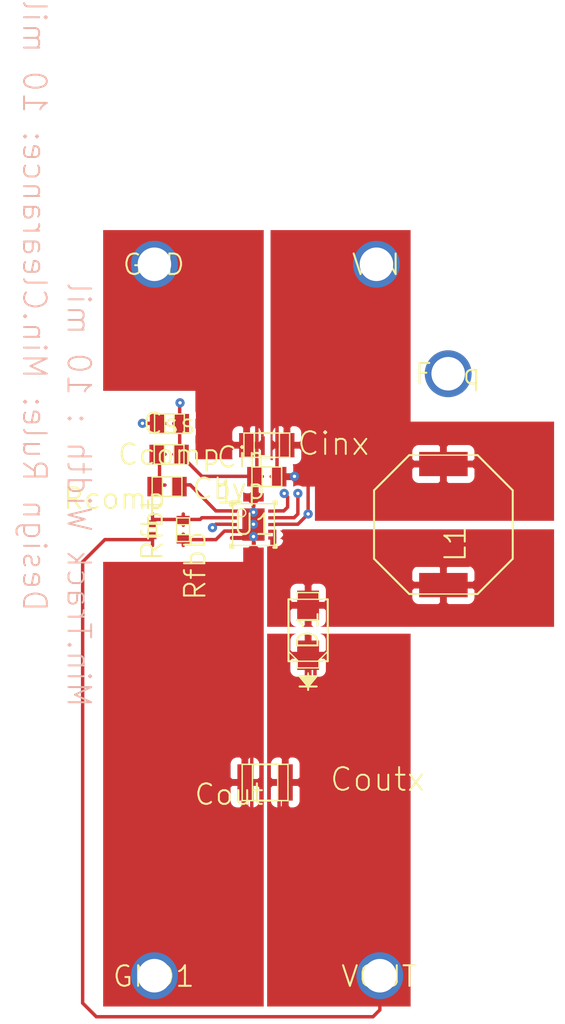
<source format=kicad_pcb>
(kicad_pcb (version 4) (host pcbnew 0.201509151501+6198~30~ubuntu14.04.1-product)

  (general
    (links 27)
    (no_connects 3)
    (area 173.850299 3.607651 215.861901 79.727402)
    (thickness 1.6)
    (drawings 13)
    (tracks 119)
    (zones 0)
    (modules 16)
    (nets 10)
  )

  (page A4)
  (layers
    (0 TOP signal)
    (1 BOTTOM signal)
    (2 INTERNAL1 signal hide)
    (3 INTERNAL2 signal hide)
    (4 INTERNAL3 signal hide)
    (5 INTERNAL4 signal hide)
    (6 INTERNAL5 signal hide)
    (7 INTERNAL6 signal hide)
    (8 INTERNAL7 signal hide)
    (31 INTERNAL8 signal hide)
    (32 B.Adhes user)
    (33 F.Adhes user)
    (34 B.Paste user)
    (35 F.Paste user)
    (36 B.SilkS user)
    (37 F.SilkS user)
    (38 B.Mask user)
    (39 F.Mask user)
    (40 Dwgs.User user)
    (41 Cmts.User user)
    (42 Eco1.User user)
    (43 Eco2.User user)
    (44 Edge.Cuts user)
    (45 Margin user)
    (46 B.CrtYd user)
    (47 F.CrtYd user)
    (48 B.Fab user)
    (49 F.Fab user)
  )

  (setup
    (last_trace_width 0.25)
    (trace_clearance 0.2)
    (zone_clearance 0.508)
    (zone_45_only no)
    (trace_min 0.2)
    (segment_width 0.2)
    (edge_width 0.15)
    (via_size 0.6)
    (via_drill 0.4)
    (via_min_size 0.4)
    (via_min_drill 0.254)
    (uvia_size 0.3)
    (uvia_drill 0.1)
    (uvias_allowed no)
    (uvia_min_size 0.2)
    (uvia_min_drill 0.1)
    (pcb_text_width 0.3)
    (pcb_text_size 1.5 1.5)
    (mod_edge_width 0.15)
    (mod_text_size 1 1)
    (mod_text_width 0.15)
    (pad_size 1.524 1.524)
    (pad_drill 0.762)
    (pad_to_mask_clearance 0.2)
    (aux_axis_origin 0 0)
    (visible_elements FFFFFF7F)
    (pcbplotparams
      (layerselection 0x00030_80000001)
      (usegerberextensions false)
      (excludeedgelayer true)
      (linewidth 0.100000)
      (plotframeref false)
      (viasonmask false)
      (mode 1)
      (useauxorigin false)
      (hpglpennumber 1)
      (hpglpenspeed 20)
      (hpglpendiameter 15)
      (hpglpenoverlay 2)
      (psnegative false)
      (psa4output false)
      (plotreference true)
      (plotvalue true)
      (plotinvisibletext false)
      (padsonsilk false)
      (subtractmaskfromsilk false)
      (outputformat 1)
      (mirror false)
      (drillshape 1)
      (scaleselection 1)
      (outputdirectory ""))
  )

  (net 0 "")
  (net 1 0)
  (net 2 2)
  (net 3 1)
  (net 4 14)
  (net 5 13)
  (net 6 5)
  (net 7 7)
  (net 8 4)
  (net 9 6)

  (net_class Default "This is the default net class."
    (clearance 0.2)
    (trace_width 0.25)
    (via_dia 0.6)
    (via_drill 0.4)
    (uvia_dia 0.3)
    (uvia_drill 0.1)
    (add_net 0)
    (add_net 1)
    (add_net 13)
    (add_net 14)
    (add_net 2)
    (add_net 4)
    (add_net 5)
    (add_net 6)
    (add_net 7)
  )

  (module TP-1502 (layer TOP) (tedit 0) (tstamp 56395F9B)
    (at 207.1497 31.369)
    (fp_text reference Freq (at 0 0) (layer F.SilkS)
      (effects (font (thickness 0.15)))
    )
    (fp_text value "" (at 0 0) (layer F.SilkS)
      (effects (font (thickness 0.15)))
    )
    (pad 1 thru_hole circle (at 0 0) (size 1.3208 1.3208) (drill 0.8128) (layers *.Cu *.Mask)
      (net 5 13))
  )

  (module 1206 (layer TOP) (tedit 0) (tstamp 56395F9F)
    (at 193.6877 36.6522 180)
    (fp_text reference Cin (at 0 0 180) (layer F.SilkS)
      (effects (font (thickness 0.15)) (justify right top))
    )
    (fp_text value "" (at 0 0 180) (layer F.SilkS)
      (effects (font (thickness 0.15)) (justify right top))
    )
    (fp_line (start -0.9398 0.9017) (end -0.9398 -0.9017) (layer F.SilkS) (width 0))
    (fp_line (start -0.9398 -0.9017) (end -1.7018 -0.9017) (layer F.SilkS) (width 0))
    (fp_line (start -1.7018 -0.9017) (end -1.7018 0.9017) (layer F.SilkS) (width 0))
    (fp_line (start -1.7018 0.9017) (end -0.9398 0.9017) (layer F.SilkS) (width 0))
    (fp_line (start 0.9398 -0.9017) (end 0.9398 0.9017) (layer F.SilkS) (width 0))
    (fp_line (start 0.9398 0.9017) (end 1.7018 0.9017) (layer F.SilkS) (width 0))
    (fp_line (start 1.7018 0.9017) (end 1.7018 -0.9017) (layer F.SilkS) (width 0))
    (fp_line (start 1.7018 -0.9017) (end 0.9398 -0.9017) (layer F.SilkS) (width 0))
    (fp_line (start -0.6071 0.9017) (end 0.6071 0.9017) (layer F.SilkS) (width 0.1524))
    (fp_line (start 0.6071 -0.9017) (end -0.6071 -0.9017) (layer F.SilkS) (width 0.1524))
    (fp_line (start -1.7018 0.9017) (end 1.7018 0.9017) (layer F.SilkS) (width 0))
    (fp_line (start 1.7018 0.9017) (end 1.7018 -0.9017) (layer F.SilkS) (width 0))
    (fp_line (start 1.7018 -0.9017) (end -1.7018 -0.9017) (layer F.SilkS) (width 0))
    (fp_line (start -1.7018 -0.9017) (end -1.7018 0.9017) (layer F.SilkS) (width 0))
    (pad 1 smd rect (at -1.4986 0 180) (size 1.1176 1.8034) (layers TOP F.Paste F.Mask)
      (net 3 1))
    (pad 2 smd rect (at 1.4986 0 180) (size 1.1176 1.8034) (layers TOP F.Paste F.Mask)
      (net 1 0))
  )

  (module TP-1502 (layer TOP) (tedit 0) (tstamp 56395FB2)
    (at 202.0443 76.0984)
    (fp_text reference VOUT (at 0 0) (layer F.SilkS)
      (effects (font (thickness 0.15)))
    )
    (fp_text value "" (at 0 0) (layer F.SilkS)
      (effects (font (thickness 0.15)))
    )
    (pad 1 thru_hole circle (at 0 0) (size 1.3208 1.3208) (drill 0.8128) (layers *.Cu *.Mask)
      (net 2 2))
  )

  (module TP-1502 (layer TOP) (tedit 0) (tstamp 56395FB6)
    (at 185.2803 76.0984)
    (fp_text reference GND1 (at 0 0) (layer F.SilkS)
      (effects (font (thickness 0.15)))
    )
    (fp_text value "" (at 0 0) (layer F.SilkS)
      (effects (font (thickness 0.15)))
    )
    (pad 1 thru_hole circle (at 0 0) (size 1.3208 1.3208) (drill 0.8128) (layers *.Cu *.Mask)
      (net 1 0))
  )

  (module TP-1502 (layer TOP) (tedit 0) (tstamp 56395FBA)
    (at 185.2803 23.241)
    (fp_text reference GND (at 0 0) (layer F.SilkS)
      (effects (font (thickness 0.15)))
    )
    (fp_text value "" (at 0 0) (layer F.SilkS)
      (effects (font (thickness 0.15)))
    )
    (pad 1 thru_hole circle (at 0 0) (size 1.3208 1.3208) (drill 0.8128) (layers *.Cu *.Mask)
      (net 1 0))
  )

  (module TP-1502 (layer TOP) (tedit 0) (tstamp 56395FBE)
    (at 201.8157 23.241)
    (fp_text reference VIN (at 0 0) (layer F.SilkS)
      (effects (font (thickness 0.15)))
    )
    (fp_text value "" (at 0 0) (layer F.SilkS)
      (effects (font (thickness 0.15)))
    )
    (pad 1 thru_hole circle (at 0 0) (size 1.3208 1.3208) (drill 0.8128) (layers *.Cu *.Mask)
      (net 3 1))
  )

  (module 0805 (layer TOP) (tedit 0) (tstamp 56395FC2)
    (at 193.6877 38.989 180)
    (fp_text reference Cbyp (at 0 0 180) (layer F.SilkS)
      (effects (font (thickness 0.15)) (justify right top))
    )
    (fp_text value "" (at 0 0 180) (layer F.SilkS)
      (effects (font (thickness 0.15)) (justify right top))
    )
    (fp_line (start -0.3429 0.7239) (end -0.3429 -0.7239) (layer F.SilkS) (width 0))
    (fp_line (start -0.3429 -0.7239) (end -1.1049 -0.7239) (layer F.SilkS) (width 0))
    (fp_line (start -1.1049 -0.7239) (end -1.1049 0.7239) (layer F.SilkS) (width 0))
    (fp_line (start -1.1049 0.7239) (end -0.3429 0.7239) (layer F.SilkS) (width 0))
    (fp_line (start 0.3429 -0.7239) (end 0.3429 0.7239) (layer F.SilkS) (width 0))
    (fp_line (start 0.3429 0.7239) (end 1.1049 0.7239) (layer F.SilkS) (width 0))
    (fp_line (start 1.1049 0.7239) (end 1.1049 -0.7239) (layer F.SilkS) (width 0))
    (fp_line (start 1.1049 -0.7239) (end 0.3429 -0.7239) (layer F.SilkS) (width 0))
    (fp_line (start -1.1049 0.7239) (end 1.1049 0.7239) (layer F.SilkS) (width 0))
    (fp_line (start 1.1049 0.7239) (end 1.1049 -0.7239) (layer F.SilkS) (width 0))
    (fp_line (start 1.1049 -0.7239) (end -1.1049 -0.7239) (layer F.SilkS) (width 0))
    (fp_line (start -1.1049 -0.7239) (end -1.1049 0.7239) (layer F.SilkS) (width 0))
    (pad 1 smd rect (at -0.9017 0 180) (size 1.1176 1.4478) (layers TOP F.Paste F.Mask)
      (net 3 1))
    (pad 2 smd rect (at 0.9017 0 180) (size 1.1176 1.4478) (layers TOP F.Paste F.Mask)
      (net 1 0))
  )

  (module 1210 (layer TOP) (tedit 0) (tstamp 56395FD3)
    (at 193.5607 61.6966 180)
    (fp_text reference Cout (at 0 0 180) (layer F.SilkS)
      (effects (font (thickness 0.15)) (justify right top))
    )
    (fp_text value "" (at 0 0 180) (layer F.SilkS)
      (effects (font (thickness 0.15)) (justify right top))
    )
    (fp_line (start -0.9398 1.3462) (end -0.9398 -1.3462) (layer F.SilkS) (width 0))
    (fp_line (start -0.9398 -1.3462) (end -1.7018 -1.3462) (layer F.SilkS) (width 0))
    (fp_line (start -1.7018 -1.3462) (end -1.7018 1.3462) (layer F.SilkS) (width 0))
    (fp_line (start -1.7018 1.3462) (end -0.9398 1.3462) (layer F.SilkS) (width 0))
    (fp_line (start 0.9398 -1.3462) (end 0.9398 1.3462) (layer F.SilkS) (width 0))
    (fp_line (start 0.9398 1.3462) (end 1.7018 1.3462) (layer F.SilkS) (width 0))
    (fp_line (start 1.7018 1.3462) (end 1.7018 -1.3462) (layer F.SilkS) (width 0))
    (fp_line (start 1.7018 -1.3462) (end 0.9398 -1.3462) (layer F.SilkS) (width 0))
    (fp_line (start -0.6071 1.3462) (end 0.6071 1.3462) (layer F.SilkS) (width 0.1524))
    (fp_line (start 0.6071 -1.3462) (end -0.6071 -1.3462) (layer F.SilkS) (width 0.1524))
    (fp_line (start -1.7018 1.3462) (end 1.7018 1.3462) (layer F.SilkS) (width 0))
    (fp_line (start 1.7018 1.3462) (end 1.7018 -1.3462) (layer F.SilkS) (width 0))
    (fp_line (start 1.7018 -1.3462) (end -1.7018 -1.3462) (layer F.SilkS) (width 0))
    (fp_line (start -1.7018 -1.3462) (end -1.7018 1.3462) (layer F.SilkS) (width 0))
    (pad 1 smd rect (at -1.4986 0 180) (size 1.1176 2.6924) (layers TOP F.Paste F.Mask)
      (net 2 2))
    (pad 2 smd rect (at 1.4986 0 180) (size 1.1176 2.6924) (layers TOP F.Paste F.Mask)
      (net 1 0))
  )

  (module DRC0010A (layer TOP) (tedit 0) (tstamp 56395FE6)
    (at 192.6971 42.545)
    (fp_text reference U1 (at 0 0) (layer F.SilkS)
      (effects (font (thickness 0.15)))
    )
    (fp_text value "" (at 0 0) (layer F.SilkS)
      (effects (font (thickness 0.15)))
    )
    (fp_line (start -1.55 1.55) (end -1.55 -1.55) (layer F.SilkS) (width 0.1))
    (fp_line (start 1.55 1.55) (end 1.55 -1.55) (layer F.SilkS) (width 0.1))
    (fp_line (start -1.55 -1.55) (end 1.55 -1.55) (layer F.SilkS) (width 0.1))
    (fp_line (start -1.55 1.55) (end 1.55 1.55) (layer F.SilkS) (width 0.1))
    (fp_line (start -1.7 -1.7) (end -0.965 -1.7) (layer F.SilkS) (width 0.2))
    (fp_line (start -1.7 -1.39) (end -1.7 -1.7) (layer F.SilkS) (width 0.2))
    (fp_line (start 1.5 -1.7) (end 1.7 -1.7) (layer F.SilkS) (width 0.2))
    (fp_line (start 1.7 -1.5) (end 1.7 -1.7) (layer F.SilkS) (width 0.2))
    (fp_line (start 1.7 1.7) (end 1.7 1.5) (layer F.SilkS) (width 0.2))
    (fp_line (start 1.5 1.7) (end 1.7 1.7) (layer F.SilkS) (width 0.2))
    (fp_line (start -1.7 1.7) (end -1.7 1.5) (layer F.SilkS) (width 0.2))
    (fp_line (start -1.7 1.7) (end -1.5 1.7) (layer F.SilkS) (width 0.2))
    (fp_poly (pts (xy -0.75 -0.1) (xy 0.75 -0.1) (xy 0.75 -1.165) (xy -0.75 -1.165)) (layer F.Paste) (width 0))
    (fp_poly (pts (xy -0.75 1.165) (xy 0.75 1.165) (xy 0.75 0.1) (xy -0.75 0.1)) (layer F.Paste) (width 0))
    (fp_circle (center -0.875 -0.875) (end -0.575 -0.875) (layer F.SilkS) (width 0.1016))
    (pad 1 smd rect (at -1.4 -1) (size 0.6 0.24) (layers TOP F.Paste F.Mask)
      (net 6 5))
    (pad 2 smd rect (at -1.4 -0.5) (size 0.6 0.24) (layers TOP F.Paste F.Mask)
      (net 9 6))
    (pad 3 smd rect (at -1.4 0) (size 0.6 0.24) (layers TOP F.Paste F.Mask)
      (net 3 1))
    (pad 4 smd rect (at -1.4 0.5) (size 0.6 0.24) (layers TOP F.Paste F.Mask)
      (net 1 0))
    (pad 5 smd rect (at -1.4 1) (size 0.6 0.24) (layers TOP F.Paste F.Mask)
      (net 1 0))
    (pad 6 smd rect (at 1.4 1) (size 0.6 0.24) (layers TOP F.Paste F.Mask)
      (net 8 4))
    (pad 7 smd rect (at 1.4 0.5) (size 0.6 0.24) (layers TOP F.Paste F.Mask)
      (net 8 4))
    (pad 8 smd rect (at 1.4 0) (size 0.6 0.24) (layers TOP F.Paste F.Mask)
      (net 3 1))
    (pad 9 smd rect (at 1.4 -0.5) (size 0.6 0.24) (layers TOP F.Paste F.Mask)
      (net 5 13))
    (pad 10 smd rect (at 1.4 -1) (size 0.6 0.24) (layers TOP F.Paste F.Mask)
      (net 4 14))
    (pad 11 smd rect (at 0 0) (size 1.65 2.4) (layers TOP F.Paste F.Mask)
      (net 1 0))
  )

  (module 0603 (layer TOP) (tedit 0) (tstamp 56396003)
    (at 187.4647 42.926 270)
    (fp_text reference Rfbb (at 0 0 270) (layer F.SilkS)
      (effects (font (thickness 0.15)) (justify right top))
    )
    (fp_text value "" (at 0 0 270) (layer F.SilkS)
      (effects (font (thickness 0.15)) (justify right top))
    )
    (fp_line (start -0.3683 0.4826) (end -0.3683 -0.4826) (layer F.SilkS) (width 0))
    (fp_line (start -0.3683 -0.4826) (end -0.8763 -0.4826) (layer F.SilkS) (width 0))
    (fp_line (start -0.8763 -0.4826) (end -0.8763 0.4826) (layer F.SilkS) (width 0))
    (fp_line (start -0.8763 0.4826) (end -0.3683 0.4826) (layer F.SilkS) (width 0))
    (fp_line (start 0.3683 -0.4826) (end 0.3683 0.4826) (layer F.SilkS) (width 0))
    (fp_line (start 0.3683 0.4826) (end 0.8763 0.4826) (layer F.SilkS) (width 0))
    (fp_line (start 0.8763 0.4826) (end 0.8763 -0.4826) (layer F.SilkS) (width 0))
    (fp_line (start 0.8763 -0.4826) (end 0.3683 -0.4826) (layer F.SilkS) (width 0))
    (fp_line (start -0.8763 0.4826) (end 0.8763 0.4826) (layer F.SilkS) (width 0))
    (fp_line (start 0.8763 0.4826) (end 0.8763 -0.4826) (layer F.SilkS) (width 0))
    (fp_line (start 0.8763 -0.4826) (end -0.8763 -0.4826) (layer F.SilkS) (width 0))
    (fp_line (start -0.8763 -0.4826) (end -0.8763 0.4826) (layer F.SilkS) (width 0))
    (pad 1 smd rect (at -0.6985 0 270) (size 0.6604 0.9652) (layers TOP F.Paste F.Mask)
      (net 9 6))
    (pad 2 smd rect (at 0.6985 0 270) (size 0.6604 0.9652) (layers TOP F.Paste F.Mask)
      (net 1 0))
  )

  (module 0805 (layer TOP) (tedit 0) (tstamp 56396014)
    (at 186.4487 35.052)
    (fp_text reference Css (at 0 0) (layer F.SilkS)
      (effects (font (thickness 0.15)))
    )
    (fp_text value "" (at 0 0) (layer F.SilkS)
      (effects (font (thickness 0.15)))
    )
    (fp_line (start -0.3429 0.7239) (end -0.3429 -0.7239) (layer F.SilkS) (width 0))
    (fp_line (start -0.3429 -0.7239) (end -1.1049 -0.7239) (layer F.SilkS) (width 0))
    (fp_line (start -1.1049 -0.7239) (end -1.1049 0.7239) (layer F.SilkS) (width 0))
    (fp_line (start -1.1049 0.7239) (end -0.3429 0.7239) (layer F.SilkS) (width 0))
    (fp_line (start 0.3429 -0.7239) (end 0.3429 0.7239) (layer F.SilkS) (width 0))
    (fp_line (start 0.3429 0.7239) (end 1.1049 0.7239) (layer F.SilkS) (width 0))
    (fp_line (start 1.1049 0.7239) (end 1.1049 -0.7239) (layer F.SilkS) (width 0))
    (fp_line (start 1.1049 -0.7239) (end 0.3429 -0.7239) (layer F.SilkS) (width 0))
    (fp_line (start -1.1049 0.7239) (end 1.1049 0.7239) (layer F.SilkS) (width 0))
    (fp_line (start 1.1049 0.7239) (end 1.1049 -0.7239) (layer F.SilkS) (width 0))
    (fp_line (start 1.1049 -0.7239) (end -1.1049 -0.7239) (layer F.SilkS) (width 0))
    (fp_line (start -1.1049 -0.7239) (end -1.1049 0.7239) (layer F.SilkS) (width 0))
    (pad 1 smd rect (at -0.9017 0) (size 1.1176 1.4478) (layers TOP F.Paste F.Mask)
      (net 4 14))
    (pad 2 smd rect (at 0.9017 0) (size 1.1176 1.4478) (layers TOP F.Paste F.Mask)
      (net 1 0))
  )

  (module 0805 (layer TOP) (tedit 0) (tstamp 56396025)
    (at 186.2709 39.7256 180)
    (fp_text reference Rcomp (at 0 0 180) (layer F.SilkS)
      (effects (font (thickness 0.15)) (justify right top))
    )
    (fp_text value "" (at 0 0 180) (layer F.SilkS)
      (effects (font (thickness 0.15)) (justify right top))
    )
    (fp_line (start -0.3429 0.7239) (end -0.3429 -0.7239) (layer F.SilkS) (width 0))
    (fp_line (start -0.3429 -0.7239) (end -1.1049 -0.7239) (layer F.SilkS) (width 0))
    (fp_line (start -1.1049 -0.7239) (end -1.1049 0.7239) (layer F.SilkS) (width 0))
    (fp_line (start -1.1049 0.7239) (end -0.3429 0.7239) (layer F.SilkS) (width 0))
    (fp_line (start 0.3429 -0.7239) (end 0.3429 0.7239) (layer F.SilkS) (width 0))
    (fp_line (start 0.3429 0.7239) (end 1.1049 0.7239) (layer F.SilkS) (width 0))
    (fp_line (start 1.1049 0.7239) (end 1.1049 -0.7239) (layer F.SilkS) (width 0))
    (fp_line (start 1.1049 -0.7239) (end 0.3429 -0.7239) (layer F.SilkS) (width 0))
    (fp_line (start -1.1049 0.7239) (end 1.1049 0.7239) (layer F.SilkS) (width 0))
    (fp_line (start 1.1049 0.7239) (end 1.1049 -0.7239) (layer F.SilkS) (width 0))
    (fp_line (start 1.1049 -0.7239) (end -1.1049 -0.7239) (layer F.SilkS) (width 0))
    (fp_line (start -1.1049 -0.7239) (end -1.1049 0.7239) (layer F.SilkS) (width 0))
    (pad 1 smd rect (at -0.9017 0 180) (size 1.1176 1.4478) (layers TOP F.Paste F.Mask)
      (net 6 5))
    (pad 2 smd rect (at 0.9017 0 180) (size 1.1176 1.4478) (layers TOP F.Paste F.Mask)
      (net 7 7))
  )

  (module 0805 (layer TOP) (tedit 0) (tstamp 56396036)
    (at 186.4233 37.338)
    (fp_text reference Ccomp (at 0 0) (layer F.SilkS)
      (effects (font (thickness 0.15)))
    )
    (fp_text value "" (at 0 0) (layer F.SilkS)
      (effects (font (thickness 0.15)))
    )
    (fp_line (start -0.3429 0.7239) (end -0.3429 -0.7239) (layer F.SilkS) (width 0))
    (fp_line (start -0.3429 -0.7239) (end -1.1049 -0.7239) (layer F.SilkS) (width 0))
    (fp_line (start -1.1049 -0.7239) (end -1.1049 0.7239) (layer F.SilkS) (width 0))
    (fp_line (start -1.1049 0.7239) (end -0.3429 0.7239) (layer F.SilkS) (width 0))
    (fp_line (start 0.3429 -0.7239) (end 0.3429 0.7239) (layer F.SilkS) (width 0))
    (fp_line (start 0.3429 0.7239) (end 1.1049 0.7239) (layer F.SilkS) (width 0))
    (fp_line (start 1.1049 0.7239) (end 1.1049 -0.7239) (layer F.SilkS) (width 0))
    (fp_line (start 1.1049 -0.7239) (end 0.3429 -0.7239) (layer F.SilkS) (width 0))
    (fp_line (start -1.1049 0.7239) (end 1.1049 0.7239) (layer F.SilkS) (width 0))
    (fp_line (start 1.1049 0.7239) (end 1.1049 -0.7239) (layer F.SilkS) (width 0))
    (fp_line (start 1.1049 -0.7239) (end -1.1049 -0.7239) (layer F.SilkS) (width 0))
    (fp_line (start -1.1049 -0.7239) (end -1.1049 0.7239) (layer F.SilkS) (width 0))
    (pad 1 smd rect (at -0.9017 0) (size 1.1176 1.4478) (layers TOP F.Paste F.Mask)
      (net 7 7))
    (pad 2 smd rect (at 0.9017 0) (size 1.1176 1.4478) (layers TOP F.Paste F.Mask)
      (net 1 0))
  )

  (module 0402 (layer TOP) (tedit 0) (tstamp 56396047)
    (at 185.1787 42.926 90)
    (fp_text reference Rfbt (at 0 0 90) (layer F.SilkS)
      (effects (font (thickness 0.15)))
    )
    (fp_text value "" (at 0 0 90) (layer F.SilkS)
      (effects (font (thickness 0.15)))
    )
    (fp_line (start -0.1397 0.3048) (end -0.1397 -0.3048) (layer F.SilkS) (width 0))
    (fp_line (start -0.1397 -0.3048) (end -0.5461 -0.3048) (layer F.SilkS) (width 0))
    (fp_line (start -0.5461 -0.3048) (end -0.5461 0.3048) (layer F.SilkS) (width 0))
    (fp_line (start -0.5461 0.3048) (end -0.1397 0.3048) (layer F.SilkS) (width 0))
    (fp_line (start 0.1397 -0.3048) (end 0.1397 0.3048) (layer F.SilkS) (width 0))
    (fp_line (start 0.1397 0.3048) (end 0.5461 0.3048) (layer F.SilkS) (width 0))
    (fp_line (start 0.5461 0.3048) (end 0.5461 -0.3048) (layer F.SilkS) (width 0))
    (fp_line (start 0.5461 -0.3048) (end 0.1397 -0.3048) (layer F.SilkS) (width 0))
    (fp_line (start -0.5461 0.3048) (end 0.5461 0.3048) (layer F.SilkS) (width 0))
    (fp_line (start 0.5461 0.3048) (end 0.5461 -0.3048) (layer F.SilkS) (width 0))
    (fp_line (start 0.5461 -0.3048) (end -0.5461 -0.3048) (layer F.SilkS) (width 0))
    (fp_line (start -0.5461 -0.3048) (end -0.5461 0.3048) (layer F.SilkS) (width 0))
    (pad 1 smd rect (at -0.4191 0 90) (size 0.5588 0.6096) (layers TOP F.Paste F.Mask)
      (net 2 2))
    (pad 2 smd rect (at 0.4191 0 90) (size 0.5588 0.6096) (layers TOP F.Paste F.Mask)
      (net 9 6))
  )

  (module SRU1048 (layer TOP) (tedit 0) (tstamp 56396058)
    (at 206.8195 42.545 270)
    (fp_text reference L1 (at 0 0 270) (layer F.SilkS)
      (effects (font (thickness 0.15)) (justify right top))
    )
    (fp_text value "" (at 0 0 270) (layer F.SilkS)
      (effects (font (thickness 0.15)) (justify right top))
    )
    (fp_line (start 5.1562 2.1361) (end 5.1562 2.54) (layer F.SilkS) (width 0.1524))
    (fp_line (start -5.1562 -2.1361) (end -5.1562 -2.54) (layer F.SilkS) (width 0.1524))
    (fp_line (start -2.54 -5.1562) (end 2.54 -5.1562) (layer F.SilkS) (width 0.1524))
    (fp_line (start 2.54 -5.1562) (end 5.1562 -2.54) (layer F.SilkS) (width 0.1524))
    (fp_line (start 5.1562 -2.54) (end 5.1562 -2.1361) (layer F.SilkS) (width 0.1524))
    (fp_line (start 5.1562 2.54) (end 2.54 5.1562) (layer F.SilkS) (width 0.1524))
    (fp_line (start 2.54 5.1562) (end -2.54 5.1562) (layer F.SilkS) (width 0.1524))
    (fp_line (start -2.54 5.1562) (end -5.1562 2.54) (layer F.SilkS) (width 0.1524))
    (fp_line (start -5.1562 2.54) (end -5.1562 2.1361) (layer F.SilkS) (width 0.1524))
    (fp_line (start -5.1562 -2.54) (end -2.54 -5.1562) (layer F.SilkS) (width 0.1524))
    (fp_line (start -2.54 -5.1562) (end 2.54 -5.1562) (layer F.SilkS) (width 0))
    (fp_line (start 2.54 -5.1562) (end 5.1562 -2.54) (layer F.SilkS) (width 0))
    (fp_line (start 5.1562 -2.54) (end 5.1562 2.54) (layer F.SilkS) (width 0))
    (fp_line (start 5.1562 2.54) (end 2.54 5.1562) (layer F.SilkS) (width 0))
    (fp_line (start 2.54 5.1562) (end -2.54 5.1562) (layer F.SilkS) (width 0))
    (fp_line (start -2.54 5.1562) (end -5.1562 2.54) (layer F.SilkS) (width 0))
    (fp_line (start -5.1562 2.54) (end -5.1562 -2.54) (layer F.SilkS) (width 0))
    (fp_line (start -5.1562 -2.54) (end -2.54 -5.1562) (layer F.SilkS) (width 0))
    (pad 1 smd rect (at -4.4958 0 270) (size 1.8034 3.6068) (layers TOP F.Paste F.Mask)
      (net 3 1))
    (pad 2 smd rect (at 4.4958 0 270) (size 1.8034 3.6068) (layers TOP F.Paste F.Mask)
      (net 8 4))
  )

  (module SMA (layer TOP) (tedit 0) (tstamp 5639606F)
    (at 196.7611 50.3936 90)
    (fp_text reference D1 (at 0 0 90) (layer F.SilkS)
      (effects (font (thickness 0.15)))
    )
    (fp_text value "" (at 0 0 90) (layer F.SilkS)
      (effects (font (thickness 0.15)))
    )
    (fp_line (start -2.2987 0.8128) (end -2.2987 -0.8128) (layer F.SilkS) (width 0))
    (fp_line (start -2.2987 -0.8128) (end -2.794 -0.8128) (layer F.SilkS) (width 0))
    (fp_line (start -2.794 -0.8128) (end -2.794 0.8128) (layer F.SilkS) (width 0))
    (fp_line (start -2.794 0.8128) (end -2.2987 0.8128) (layer F.SilkS) (width 0))
    (fp_line (start 2.2987 -0.8128) (end 2.2987 0.8128) (layer F.SilkS) (width 0))
    (fp_line (start 2.2987 0.8128) (end 2.794 0.8128) (layer F.SilkS) (width 0))
    (fp_line (start 2.794 0.8128) (end 2.794 -0.8128) (layer F.SilkS) (width 0))
    (fp_line (start 2.794 -0.8128) (end 2.2987 -0.8128) (layer F.SilkS) (width 0))
    (fp_line (start 2.2987 -1.1455) (end 2.2987 -1.4605) (layer F.SilkS) (width 0.1524))
    (fp_line (start -2.2987 1.1455) (end -2.2987 1.4605) (layer F.SilkS) (width 0.1524))
    (fp_line (start -2.2987 -0.7302) (end -1.5684 -1.4605) (layer F.SilkS) (width 0))
    (fp_line (start -2.2987 0.7302) (end -1.5684 1.4605) (layer F.SilkS) (width 0))
    (fp_line (start -3.1623 0) (end -4.4323 0) (layer F.SilkS) (width 0))
    (fp_line (start -4.1783 -0.635) (end -4.1783 0.635) (layer F.SilkS) (width 0))
    (fp_line (start -4.1783 0) (end -3.4163 -0.635) (layer F.SilkS) (width 0))
    (fp_line (start -4.1783 0) (end -3.4163 -0.508) (layer F.SilkS) (width 0))
    (fp_line (start -4.1783 0) (end -3.4163 -0.381) (layer F.SilkS) (width 0))
    (fp_line (start -4.1783 0) (end -3.4163 -0.254) (layer F.SilkS) (width 0))
    (fp_line (start -4.1783 0) (end -3.4163 -0.127) (layer F.SilkS) (width 0))
    (fp_line (start -4.1783 0) (end -3.4163 0.635) (layer F.SilkS) (width 0))
    (fp_line (start -4.1783 0) (end -3.4163 0.508) (layer F.SilkS) (width 0))
    (fp_line (start -4.1783 0) (end -3.4163 0.381) (layer F.SilkS) (width 0))
    (fp_line (start -4.1783 0) (end -3.4163 0.254) (layer F.SilkS) (width 0))
    (fp_line (start -4.1783 0) (end -3.4163 0.127) (layer F.SilkS) (width 0))
    (fp_line (start -3.4163 -0.635) (end -3.4163 0.635) (layer F.SilkS) (width 0))
    (fp_line (start -3.2791 0) (end -4.4323 0) (layer F.SilkS) (width 0.1524))
    (fp_line (start -4.1783 -0.635) (end -4.1783 0.635) (layer F.SilkS) (width 0.1524))
    (fp_line (start -4.1783 0) (end -3.4163 -0.635) (layer F.SilkS) (width 0.1524))
    (fp_line (start -4.1783 0) (end -3.4163 -0.508) (layer F.SilkS) (width 0.1524))
    (fp_line (start -4.1783 0) (end -3.4163 -0.381) (layer F.SilkS) (width 0.1524))
    (fp_line (start -4.1783 0) (end -3.4163 -0.254) (layer F.SilkS) (width 0.1524))
    (fp_line (start -4.1783 0) (end -3.4163 -0.127) (layer F.SilkS) (width 0.1524))
    (fp_line (start -4.1783 0) (end -3.4163 0.635) (layer F.SilkS) (width 0.1524))
    (fp_line (start -4.1783 0) (end -3.4163 0.508) (layer F.SilkS) (width 0.1524))
    (fp_line (start -4.1783 0) (end -3.4163 0.381) (layer F.SilkS) (width 0.1524))
    (fp_line (start -4.1783 0) (end -3.4163 0.254) (layer F.SilkS) (width 0.1524))
    (fp_line (start -4.1783 0) (end -3.4163 0.127) (layer F.SilkS) (width 0.1524))
    (fp_line (start -3.4163 -0.635) (end -3.4163 0.635) (layer F.SilkS) (width 0.1524))
    (fp_line (start -2.2987 1.4605) (end 2.2987 1.4605) (layer F.SilkS) (width 0.1524))
    (fp_line (start 2.2987 1.4605) (end 2.2987 1.1455) (layer F.SilkS) (width 0.1524))
    (fp_line (start 2.2987 -1.4605) (end -2.2987 -1.4605) (layer F.SilkS) (width 0.1524))
    (fp_line (start -2.2987 -1.4605) (end -2.2987 -1.1455) (layer F.SilkS) (width 0.1524))
    (fp_line (start -2.2987 1.4605) (end 2.2987 1.4605) (layer F.SilkS) (width 0))
    (fp_line (start 2.2987 1.4605) (end 2.2987 -1.4605) (layer F.SilkS) (width 0))
    (fp_line (start 2.2987 -1.4605) (end -2.2987 -1.4605) (layer F.SilkS) (width 0))
    (fp_line (start -2.2987 -1.4605) (end -2.2987 1.4605) (layer F.SilkS) (width 0))
    (pad 1 smd rect (at -1.8542 0 90) (size 2.1844 1.6256) (layers TOP F.Paste F.Mask)
      (net 2 2))
    (pad 2 smd rect (at 1.8542 0 90) (size 2.1844 1.6256) (layers TOP F.Paste F.Mask)
      (net 8 4))
  )

  (gr_line (start 173.9011 79.6036) (end 173.9011 18.6436) (layer Cmts.User) (width 0.0254) (tstamp 2B4A758))
  (gr_line (start 173.9011 79.6036) (end 173.9011 18.6436) (layer Cmts.User) (width 0.1016) (tstamp 2B0EF08))
  (gr_line (start 173.9011 18.6436) (end 215.8111 18.6436) (layer Cmts.User) (width 0.0254) (tstamp 2B0F7F8))
  (gr_line (start 173.9011 18.6436) (end 215.8111 18.6436) (layer Cmts.User) (width 0.1016) (tstamp 2B100E8))
  (gr_line (start 215.8111 18.6436) (end 215.8111 79.6036) (layer Cmts.User) (width 0.0254) (tstamp 2B109D8))
  (gr_line (start 215.8111 18.6436) (end 215.8111 79.6036) (layer Cmts.User) (width 0.1016) (tstamp 2B112C8))
  (gr_line (start 215.8111 79.6036) (end 173.9011 79.6036) (layer Cmts.User) (width 0.0254) (tstamp 2B11BB8))
  (gr_line (start 215.8111 79.6036) (end 173.9011 79.6036) (layer Cmts.User) (width 0.1016) (tstamp 2B124A8))
  (gr_text Coutx (at 198.2851 62.4586) (layer F.SilkS) (tstamp 2F020D8)
    (effects (font (size 1.6891 1.6891) (thickness 0.14224)) (justify left bottom))
  )
  (gr_text Cinx (at 195.8467 37.5158) (layer F.SilkS) (tstamp 2F028C8)
    (effects (font (size 1.6891 1.6891) (thickness 0.14224)) (justify left bottom))
  )
  (gr_text 1 (at 189.7761 41.1226) (layer F.SilkS) (tstamp 2F030B8)
    (effects (font (size 1.6891 1.6891) (thickness 0.14224)) (justify left bottom))
  )
  (gr_text "Min.Track Width : 10 mil" (at 178.7271 56.2356 270) (layer B.SilkS) (tstamp 2F038A8)
    (effects (font (size 1.6891 1.6891) (thickness 0.14224)) (justify left bottom mirror))
  )
  (gr_text "Design Rule: Min.Clearance: 10 mil" (at 175.4251 49.1236 270) (layer B.SilkS) (tstamp 2F04218)
    (effects (font (size 1.6891 1.6891) (thickness 0.14224)) (justify left bottom mirror))
  )

  (segment (start 187.4774 44.0944) (end 187.4774 43.2562) (width 0.254) (layer TOP) (net 0) (tstamp 2FF1638))
  (segment (start 187.4774 42.5958) (end 187.4774 41.7576) (width 0.254) (layer TOP) (net 0) (tstamp 3044B68))
  (segment (start 192.5701 61.8236) (end 192.5701 44.9326) (width 0.254) (layer TOP) (net 1) (tstamp 2FE1308))
  (segment (start 192.5701 68.5546) (end 192.5701 61.8236) (width 0.254) (layer TOP) (net 1) (tstamp 2FE1BF8))
  (segment (start 192.6971 44.8056) (end 192.6971 43.434) (width 0.254) (layer TOP) (net 1) (tstamp 2FE24E8))
  (segment (start 192.5701 44.9326) (end 192.6971 44.8056) (width 0.254) (layer TOP) (net 1) (tstamp 2FE2DD8))
  (segment (start 190.1571 76.0476) (end 192.5701 73.6346) (width 0.254) (layer TOP) (net 1) (tstamp 2FE36C8))
  (segment (start 190.5381 43.0276) (end 191.0969 43.0276) (width 0.254) (layer TOP) (net 1) (tstamp 2FE3FB8))
  (segment (start 191.0969 43.0276) (end 192.2653 43.0276) (width 0.3048) (layer TOP) (net 1) (tstamp 2FE48A8))
  (segment (start 191.0969 43.5356) (end 192.5955 43.5356) (width 0.3048) (layer TOP) (net 1) (tstamp 2FE5198))
  (segment (start 192.2653 43.0276) (end 192.6971 43.434) (width 0.3048) (layer TOP) (net 1) (tstamp 2FE5A88))
  (segment (start 192.5955 43.5356) (end 192.6971 43.434) (width 0.3048) (layer TOP) (net 1) (tstamp 2FE6378))
  (segment (start 187.2107 37.3126) (end 187.2107 35.0266) (width 0.254) (layer TOP) (net 1) (tstamp 2FE6C68))
  (segment (start 187.2107 35.0266) (end 187.2107 33.528) (width 0.254) (layer TOP) (net 1) (tstamp 2FE7558))
  (segment (start 187.2107 37.3126) (end 188.8617 38.9636) (width 0.254) (layer TOP) (net 1) (tstamp 2FE7E48))
  (segment (start 185.3311 76.0476) (end 190.1571 76.0476) (width 0.254) (layer TOP) (net 1) (tstamp 2FE8738))
  (segment (start 187.4901 43.6626) (end 189.9031 43.6626) (width 0.254) (layer TOP) (net 1) (tstamp 2FE9028))
  (segment (start 189.9031 43.6626) (end 190.5381 43.0276) (width 0.254) (layer TOP) (net 1) (tstamp 2FE9918))
  (segment (start 192.6971 41.6306) (end 192.6971 40.4876) (width 0.254) (layer TOP) (net 1) (tstamp 2FEA208))
  (segment (start 192.6971 40.4876) (end 192.9511 40.2336) (width 0.254) (layer TOP) (net 1) (tstamp 2FEAAF8))
  (segment (start 192.9511 34.3916) (end 192.9511 24.257) (width 0.254) (layer TOP) (net 1) (tstamp 2FEB3E8))
  (segment (start 191.9351 23.2156) (end 192.9511 24.257) (width 0.254) (layer TOP) (net 1) (tstamp 2FEBCD8))
  (segment (start 185.3311 23.2156) (end 191.9351 23.2156) (width 0.254) (layer TOP) (net 1) (tstamp 2FEC5C8))
  (segment (start 192.9511 40.2336) (end 192.9511 38.9636) (width 0.254) (layer TOP) (net 1) (tstamp 2FECEB8))
  (segment (start 192.9511 36.6776) (end 192.9511 34.3916) (width 0.254) (layer TOP) (net 1) (tstamp 2FED7A8))
  (segment (start 192.9511 38.9636) (end 192.9511 36.6776) (width 0.254) (layer TOP) (net 1) (tstamp 2FEE098))
  (segment (start 188.8617 38.9636) (end 192.9511 38.9636) (width 0.254) (layer TOP) (net 1) (tstamp 2FEE988))
  (segment (start 192.5701 73.6346) (end 192.5701 68.5546) (width 0.254) (layer TOP) (net 1) (tstamp 2FEF278))
  (segment (start 192.5193 38.9763) (end 193.3575 38.9763) (width 0.254) (layer TOP) (net 1) (tstamp 2FEFB68))
  (segment (start 186.7789 35.0393) (end 187.6171 35.0393) (width 0.254) (layer TOP) (net 1) (tstamp 2FF0458))
  (segment (start 186.7789 37.3253) (end 187.6171 37.3253) (width 0.254) (layer TOP) (net 1) (tstamp 2FF0D48))
  (via micro (at 187.2361 33.5026) (size 0.6858) (drill 0.254) (layers TOP INTERNAL8) (net 1) (tstamp 30029E8))
  (via micro (at 192.6971 43.434) (size 0.6858) (drill 0.254) (layers TOP INTERNAL8) (net 1) (tstamp 30032D8))
  (via micro (at 192.6971 42.5196) (size 0.6858) (drill 0.254) (layers TOP INTERNAL8) (net 1) (tstamp 3003BC8))
  (via micro (at 192.6971 41.6306) (size 0.6858) (drill 0.254) (layers TOP INTERNAL8) (net 1) (tstamp 30044B8))
  (via micro (at 185.3311 76.0476) (size 3.4798) (drill 2.4892) (layers TOP INTERNAL8) (net 1) (tstamp 3004DA8))
  (via micro (at 185.3311 23.2156) (size 3.4798) (drill 2.4892) (layers TOP INTERNAL8) (net 1) (tstamp 3005698))
  (segment (start 194.6021 68.5546) (end 194.6021 61.8236) (width 0.254) (layer TOP) (net 2) (tstamp 3009098))
  (segment (start 197.2691 61.3156) (end 197.2691 52.8066) (width 0.254) (layer TOP) (net 2) (tstamp 3009988))
  (segment (start 196.7611 61.8236) (end 197.2691 61.3156) (width 0.254) (layer TOP) (net 2) (tstamp 300A278))
  (segment (start 194.6021 61.8236) (end 196.7611 61.8236) (width 0.254) (layer TOP) (net 2) (tstamp 300AB68))
  (segment (start 202.0951 78.5876) (end 202.0951 76.0476) (width 0.254) (layer TOP) (net 2) (tstamp 300B458))
  (segment (start 201.5871 79.0956) (end 202.0951 78.5876) (width 0.254) (layer TOP) (net 2) (tstamp 300BD48))
  (segment (start 181.0131 79.0956) (end 201.5871 79.0956) (width 0.254) (layer TOP) (net 2) (tstamp 300C638))
  (segment (start 194.6021 73.6346) (end 197.0151 76.0476) (width 0.254) (layer TOP) (net 2) (tstamp 300CF28))
  (segment (start 179.9971 78.0796) (end 181.0131 79.0956) (width 0.254) (layer TOP) (net 2) (tstamp 300D818))
  (segment (start 179.9971 78.0796) (end 179.9971 45.3136) (width 0.254) (layer TOP) (net 2) (tstamp 300E108))
  (segment (start 179.9971 45.3136) (end 181.6481 43.6626) (width 0.254) (layer TOP) (net 2) (tstamp 300E9F8))
  (segment (start 181.6481 43.6626) (end 185.2041 43.6626) (width 0.254) (layer TOP) (net 2) (tstamp 300F2E8))
  (segment (start 197.0151 76.0476) (end 202.0951 76.0476) (width 0.254) (layer TOP) (net 2) (tstamp 300FBD8))
  (segment (start 194.6021 73.6346) (end 194.6021 68.5546) (width 0.254) (layer TOP) (net 2) (tstamp 30104C8))
  (segment (start 185.1914 44.0944) (end 185.1914 43.2562) (width 0.254) (layer TOP) (net 2) (tstamp 3010DB8))
  (via micro (at 202.0951 76.0476) (size 3.4798) (drill 2.4892) (layers TOP INTERNAL8) (net 2) (tstamp 3012DF8))
  (segment (start 194.4497 38.9636) (end 200.9521 38.9636) (width 0.254) (layer TOP) (net 3) (tstamp 3014AA8))
  (segment (start 196.7611 41.7576) (end 196.7611 39.4716) (width 0.254) (layer TOP) (net 3) (tstamp 3015398))
  (segment (start 196.2531 38.9636) (end 196.7611 39.4716) (width 0.254) (layer TOP) (net 3) (tstamp 3015C88))
  (segment (start 195.7451 38.9636) (end 196.2531 38.9636) (width 0.254) (layer TOP) (net 3) (tstamp 3016578))
  (segment (start 195.9991 42.5196) (end 196.7611 41.7576) (width 0.254) (layer TOP) (net 3) (tstamp 3016E68))
  (segment (start 194.2719 42.5196) (end 195.9991 42.5196) (width 0.254) (layer TOP) (net 3) (tstamp 3017758))
  (segment (start 189.6491 42.7736) (end 189.9031 42.5196) (width 0.254) (layer TOP) (net 3) (tstamp 3018048))
  (segment (start 189.9031 42.5196) (end 191.0969 42.5196) (width 0.254) (layer TOP) (net 3) (tstamp 3018938))
  (segment (start 200.9521 38.9636) (end 201.9681 39.9796) (width 0.254) (layer TOP) (net 3) (tstamp 3019228))
  (segment (start 201.9681 39.9796) (end 208.6991 39.9796) (width 0.254) (layer TOP) (net 3) (tstamp 3019B18))
  (segment (start 194.4497 38.9636) (end 194.4497 36.6776) (width 0.254) (layer TOP) (net 3) (tstamp 301A408))
  (segment (start 194.4497 36.6776) (end 194.4497 34.3916) (width 0.254) (layer TOP) (net 3) (tstamp 301ACF8))
  (segment (start 194.4497 34.3916) (end 194.4497 24.257) (width 0.254) (layer TOP) (net 3) (tstamp 301B5E8))
  (segment (start 194.4497 24.257) (end 195.4911 23.2156) (width 0.254) (layer TOP) (net 3) (tstamp 301BED8))
  (segment (start 195.4911 23.2156) (end 201.8411 23.2156) (width 0.254) (layer TOP) (net 3) (tstamp 301C7C8))
  (segment (start 194.0179 38.9763) (end 194.8561 38.9763) (width 0.254) (layer TOP) (net 3) (tstamp 301D0B8))
  (segment (start 193.4591 39.7256) (end 194.7291 40.9956) (width 0.254) (layer BOTTOM) (net 3) (tstamp 30217D8))
  (segment (start 190.1571 39.7256) (end 193.4591 39.7256) (width 0.254) (layer BOTTOM) (net 3) (tstamp 30220C8))
  (segment (start 189.6491 40.2336) (end 190.1571 39.7256) (width 0.254) (layer BOTTOM) (net 3) (tstamp 30229B8))
  (segment (start 196.5071 40.9956) (end 196.7611 41.2496) (width 0.254) (layer BOTTOM) (net 3) (tstamp 30232A8))
  (segment (start 194.7291 40.9956) (end 196.5071 40.9956) (width 0.254) (layer BOTTOM) (net 3) (tstamp 3023B98))
  (segment (start 196.7611 41.7576) (end 196.7611 41.2496) (width 0.254) (layer BOTTOM) (net 3) (tstamp 3024488))
  (segment (start 189.6491 42.7736) (end 189.6491 40.2336) (width 0.254) (layer BOTTOM) (net 3) (tstamp 3024D78))
  (via micro (at 196.7611 41.7576) (size 0.6858) (drill 0.254) (layers TOP INTERNAL8) (net 3) (tstamp 3025668))
  (via micro (at 195.7451 38.9636) (size 0.6858) (drill 0.254) (layers TOP INTERNAL8) (net 3) (tstamp 3025F58))
  (via micro (at 189.6491 42.7736) (size 0.6858) (drill 0.254) (layers TOP INTERNAL8) (net 3) (tstamp 3026848))
  (via micro (at 201.8411 23.2156) (size 3.4798) (drill 2.4892) (layers TOP INTERNAL8) (net 3) (tstamp 3027138))
  (segment (start 194.9831 40.2336) (end 195.2371 40.4876) (width 0.254) (layer TOP) (net 4) (tstamp 3029648))
  (segment (start 195.2371 41.2496) (end 195.2371 40.4876) (width 0.254) (layer TOP) (net 4) (tstamp 3029F38))
  (segment (start 194.9577 41.529) (end 195.2371 41.2496) (width 0.254) (layer TOP) (net 4) (tstamp 302A828))
  (segment (start 194.2719 41.529) (end 194.9577 41.529) (width 0.254) (layer TOP) (net 4) (tstamp 302B118))
  (segment (start 184.4421 35.0266) (end 185.7121 35.0266) (width 0.254) (layer TOP) (net 4) (tstamp 302BA08))
  (segment (start 185.2803 35.0393) (end 186.1185 35.0393) (width 0.254) (layer TOP) (net 4) (tstamp 302C2F8))
  (segment (start 184.4421 35.0266) (end 194.3481 35.0266) (width 0.254) (layer BOTTOM) (net 4) (tstamp 302CBE8))
  (segment (start 194.3481 35.0266) (end 194.9831 35.6616) (width 0.254) (layer BOTTOM) (net 4) (tstamp 302D4D8))
  (segment (start 194.9831 40.2336) (end 194.9831 35.6616) (width 0.254) (layer BOTTOM) (net 4) (tstamp 302DDC8))
  (via micro (at 194.9831 40.2336) (size 0.6858) (drill 0.254) (layers TOP INTERNAL8) (net 4) (tstamp 302E6B8))
  (via micro (at 184.4421 35.0266) (size 0.6858) (drill 0.254) (layers TOP INTERNAL8) (net 4) (tstamp 302EFA8))
  (segment (start 195.9991 41.7576) (end 195.9991 40.2336) (width 0.254) (layer TOP) (net 5) (tstamp 30303F8))
  (segment (start 195.7197 42.037) (end 195.9991 41.7576) (width 0.254) (layer TOP) (net 5) (tstamp 3030CE8))
  (segment (start 194.2719 42.037) (end 195.7197 42.037) (width 0.254) (layer TOP) (net 5) (tstamp 30315D8))
  (segment (start 197.0151 30.3276) (end 206.1591 30.3276) (width 0.254) (layer BOTTOM) (net 5) (tstamp 3031EC8))
  (segment (start 196.5071 30.8356) (end 197.0151 30.3276) (width 0.254) (layer BOTTOM) (net 5) (tstamp 30327B8))
  (segment (start 196.5071 39.7256) (end 196.5071 30.8356) (width 0.254) (layer BOTTOM) (net 5) (tstamp 30330A8))
  (segment (start 206.1591 30.3276) (end 207.1751 31.3436) (width 0.254) (layer BOTTOM) (net 5) (tstamp 3033998))
  (segment (start 195.9991 40.2336) (end 196.5071 39.7256) (width 0.254) (layer BOTTOM) (net 5) (tstamp 3034288))
  (via micro (at 195.9991 40.2336) (size 0.6858) (drill 0.254) (layers TOP INTERNAL8) (net 5) (tstamp 3034B78))
  (via micro (at 207.1751 31.3436) (size 3.4798) (drill 2.4892) (layers TOP INTERNAL8) (net 5) (tstamp 3035468))
  (segment (start 187.2107 39.5986) (end 187.9981 39.5986) (width 0.254) (layer TOP) (net 6) (tstamp 30368B8))
  (segment (start 187.9981 39.5986) (end 189.9031 41.529) (width 0.254) (layer TOP) (net 6) (tstamp 30371A8))
  (segment (start 189.9031 41.529) (end 191.0969 41.529) (width 0.254) (layer TOP) (net 6) (tstamp 3037A98))
  (segment (start 186.7789 39.6113) (end 187.6171 39.6113) (width 0.254) (layer TOP) (net 6) (tstamp 3038388))
  (segment (start 185.7121 39.5986) (end 185.7121 37.3126) (width 0.254) (layer TOP) (net 7) (tstamp 30397D8))
  (segment (start 185.2803 37.3253) (end 186.1185 37.3253) (width 0.254) (layer TOP) (net 7) (tstamp 303A0C8))
  (segment (start 185.2803 39.6113) (end 186.1185 39.6113) (width 0.254) (layer TOP) (net 7) (tstamp 303A9B8))
  (segment (start 194.2719 47.4218) (end 194.2719 43.5356) (width 0.254) (layer TOP) (net 8) (tstamp 303BE08))
  (segment (start 194.2719 47.4218) (end 195.3641 48.4886) (width 0.254) (layer TOP) (net 8) (tstamp 303C6F8))
  (segment (start 195.3641 48.4886) (end 197.2691 48.4886) (width 0.254) (layer TOP) (net 8) (tstamp 303CFE8))
  (segment (start 197.2691 48.4886) (end 199.8091 48.4886) (width 0.254) (layer TOP) (net 8) (tstamp 303D8D8))
  (segment (start 199.8091 48.4886) (end 202.7301 45.5676) (width 0.254) (layer TOP) (net 8) (tstamp 303E1C8))
  (segment (start 202.7301 45.5676) (end 208.6991 45.5676) (width 0.254) (layer TOP) (net 8) (tstamp 303EAB8))
  (segment (start 194.2719 43.5356) (end 194.2719 43.0276) (width 0.254) (layer TOP) (net 8) (tstamp 303F3A8))
  (segment (start 188.8617 42.037) (end 191.0969 42.037) (width 0.254) (layer TOP) (net 9) (tstamp 30427A8))
  (segment (start 185.2041 42.164) (end 188.7347 42.164) (width 0.254) (layer TOP) (net 9) (tstamp 3043098))
  (segment (start 188.7347 42.164) (end 188.8617 42.037) (width 0.254) (layer TOP) (net 9) (tstamp 3043988))
  (segment (start 185.1914 42.5958) (end 185.1914 41.7576) (width 0.254) (layer TOP) (net 9) (tstamp 3044278))

  (zone (net 1) (net_name 0) (layer TOP) (tstamp 2FF1F28) (hatch edge 0.508)
    (priority 5)
    (connect_pads (clearance 0.254))
    (min_thickness 0)
    (fill yes (arc_segments 32) (thermal_gap 0.508) (thermal_bridge_width 0.508))
    (polygon
      (pts
        (xy 193.4591 41.2496) (xy 193.1543 41.2496) (xy 193.1543 40.9702) (xy 192.8495 40.9702) (xy 192.8495 41.2496)
        (xy 192.5447 41.2496) (xy 192.5447 40.9702) (xy 192.2399 40.9702) (xy 192.2399 41.2496) (xy 191.9351 41.2496)
        (xy 191.9351 43.7896) (xy 192.2399 43.7896) (xy 192.2399 44.069) (xy 192.5701 44.069) (xy 192.5701 43.7896)
        (xy 192.8749 43.7896) (xy 192.8749 44.069) (xy 193.1543 44.069) (xy 193.1543 43.7896) (xy 193.4591 43.7896)
      )
    )
    (filled_polygon
      (pts
        (xy 192.9511 42.291) (xy 192.9711 42.291) (xy 192.9711 42.799) (xy 192.9511 42.799) (xy 192.9511 42.819)
        (xy 192.4431 42.819) (xy 192.4431 42.799) (xy 192.4231 42.799) (xy 192.4231 42.291) (xy 192.4431 42.291)
        (xy 192.4431 42.271) (xy 192.9511 42.271)
      )
    )
  )
  (zone (net 1) (net_name 0) (layer TOP) (tstamp 2FF7978) (hatch edge 0.508)
    (priority 6)
    (connect_pads (clearance 0.254))
    (min_thickness 0)
    (fill yes (arc_segments 32) (thermal_gap 0.508) (thermal_bridge_width 0.508))
    (polygon
      (pts
        (xy 192.3415 37.3888) (xy 192.3415 35.9918) (xy 193.5353 35.9918) (xy 193.5353 37.3888)
      )
    )
    (filled_polygon
      (pts
        (xy 193.5353 37.3888) (xy 193.2559 37.3888) (xy 193.2559 37.0332) (xy 193.1289 36.9062) (xy 192.4431 36.9062)
        (xy 192.4431 36.9262) (xy 192.3415 36.9262) (xy 192.3415 36.3782) (xy 192.4431 36.3782) (xy 192.4431 36.3982)
        (xy 193.1289 36.3982) (xy 193.2559 36.2712) (xy 193.2559 35.9918) (xy 193.5353 35.9918)
      )
    )
  )
  (zone (net 1) (net_name 0) (layer TOP) (tstamp 2FF90C8) (hatch edge 0.508)
    (connect_pads (clearance 0.254))
    (min_thickness 0)
    (fill yes (arc_segments 32) (thermal_gap 0.508) (thermal_bridge_width 0.508))
    (polygon
      (pts
        (xy 193.4591 78.3336) (xy 193.4591 20.6756) (xy 181.5211 20.6756) (xy 181.5211 32.6136) (xy 188.3791 32.6136)
        (xy 188.3791 37.6936) (xy 191.9351 37.6936) (xy 191.9351 45.3136) (xy 181.5211 45.3136) (xy 181.5211 78.3336)
      )
    )
    (filled_polygon
      (pts
        (xy 192.8749 44.069) (xy 192.9511 44.069) (xy 192.9511 44.126) (xy 193.0781 44.253) (xy 193.4591 44.253)
        (xy 193.4591 78.3336) (xy 181.5211 78.3336) (xy 181.5211 76.996269) (xy 184.741642 76.996269) (xy 184.812043 77.175032)
        (xy 185.031081 77.245697) (xy 185.259696 77.272272) (xy 185.489103 77.253736) (xy 185.710486 77.190801) (xy 185.748557 77.175032)
        (xy 185.818958 76.996269) (xy 185.2803 76.45761) (xy 184.741642 76.996269) (xy 181.5211 76.996269) (xy 181.5211 76.077796)
        (xy 184.106428 76.077796) (xy 184.124964 76.307203) (xy 184.187899 76.528586) (xy 184.203668 76.566657) (xy 184.382431 76.637058)
        (xy 184.92109 76.0984) (xy 185.63951 76.0984) (xy 186.178169 76.637058) (xy 186.356932 76.566657) (xy 186.427597 76.347619)
        (xy 186.454172 76.119004) (xy 186.435636 75.889597) (xy 186.372701 75.668214) (xy 186.356932 75.630143) (xy 186.178169 75.559742)
        (xy 185.63951 76.0984) (xy 184.92109 76.0984) (xy 184.382431 75.559742) (xy 184.203668 75.630143) (xy 184.133003 75.849181)
        (xy 184.106428 76.077796) (xy 181.5211 76.077796) (xy 181.5211 75.200531) (xy 184.741642 75.200531) (xy 185.2803 75.73919)
        (xy 185.818958 75.200531) (xy 185.748557 75.021768) (xy 185.529519 74.951103) (xy 185.300904 74.924528) (xy 185.071497 74.943064)
        (xy 184.850114 75.005999) (xy 184.812043 75.021768) (xy 184.741642 75.200531) (xy 181.5211 75.200531) (xy 181.5211 62.0776)
        (xy 190.9953 62.0776) (xy 190.9953 63.092833) (xy 191.014822 63.190978) (xy 191.053116 63.283428) (xy 191.10871 63.366631)
        (xy 191.179469 63.437389) (xy 191.262671 63.492984) (xy 191.355122 63.531278) (xy 191.453266 63.5508) (xy 191.6811 63.5508)
        (xy 191.8081 63.4238) (xy 191.8081 61.9506) (xy 192.3161 61.9506) (xy 192.3161 63.4238) (xy 192.4431 63.5508)
        (xy 192.670934 63.5508) (xy 192.769078 63.531278) (xy 192.861529 63.492984) (xy 192.944731 63.437389) (xy 193.01549 63.366631)
        (xy 193.071084 63.283428) (xy 193.109378 63.190978) (xy 193.1289 63.092833) (xy 193.1289 62.0776) (xy 193.0019 61.9506)
        (xy 192.3161 61.9506) (xy 191.8081 61.9506) (xy 191.1223 61.9506) (xy 190.9953 62.0776) (xy 181.5211 62.0776)
        (xy 181.5211 60.300367) (xy 190.9953 60.300367) (xy 190.9953 61.3156) (xy 191.1223 61.4426) (xy 191.8081 61.4426)
        (xy 191.8081 59.9694) (xy 192.3161 59.9694) (xy 192.3161 61.4426) (xy 193.0019 61.4426) (xy 193.1289 61.3156)
        (xy 193.1289 60.300367) (xy 193.109378 60.202222) (xy 193.071084 60.109772) (xy 193.01549 60.026569) (xy 192.944731 59.955811)
        (xy 192.861529 59.900216) (xy 192.769078 59.861922) (xy 192.670934 59.8424) (xy 192.4431 59.8424) (xy 192.3161 59.9694)
        (xy 191.8081 59.9694) (xy 191.6811 59.8424) (xy 191.453266 59.8424) (xy 191.355122 59.861922) (xy 191.262671 59.900216)
        (xy 191.179469 59.955811) (xy 191.10871 60.026569) (xy 191.053116 60.109772) (xy 191.014822 60.202222) (xy 190.9953 60.300367)
        (xy 181.5211 60.300367) (xy 181.5211 45.3136) (xy 191.9351 45.3136) (xy 191.9351 44.253) (xy 192.3161 44.253)
        (xy 192.4431 44.126) (xy 192.4431 44.069) (xy 192.5701 44.069) (xy 192.5701 43.7896) (xy 192.8749 43.7896)
      )
    )
    (filled_polygon
      (pts
        (xy 193.04 38.735) (xy 193.06 38.735) (xy 193.06 39.243) (xy 193.04 39.243) (xy 193.04 40.0939)
        (xy 193.167 40.2209) (xy 193.394834 40.2209) (xy 193.4591 40.208117) (xy 193.4591 40.837) (xy 193.0781 40.837)
        (xy 192.9511 40.964) (xy 192.9511 40.9702) (xy 192.8495 40.9702) (xy 192.8495 41.2496) (xy 192.5447 41.2496)
        (xy 192.5447 40.9702) (xy 192.4431 40.9702) (xy 192.4431 40.964) (xy 192.3161 40.837) (xy 191.9351 40.837)
        (xy 191.9351 40.128691) (xy 191.986571 40.163084) (xy 192.079022 40.201378) (xy 192.177166 40.2209) (xy 192.405 40.2209)
        (xy 192.532 40.0939) (xy 192.532 39.243) (xy 192.512 39.243) (xy 192.512 38.735) (xy 192.532 38.735)
        (xy 192.532 38.715) (xy 193.04 38.715)
      )
    )
    (filled_polygon
      (pts
        (xy 193.4591 35.9918) (xy 193.2559 35.9918) (xy 193.2559 35.700467) (xy 193.236378 35.602322) (xy 193.198084 35.509872)
        (xy 193.14249 35.426669) (xy 193.071731 35.355911) (xy 192.988529 35.300316) (xy 192.896078 35.262022) (xy 192.797934 35.2425)
        (xy 192.5701 35.2425) (xy 192.4431 35.3695) (xy 192.4431 35.9918) (xy 192.3415 35.9918) (xy 192.3415 36.9262)
        (xy 191.9351 36.9262) (xy 191.9351 36.9062) (xy 191.2493 36.9062) (xy 191.1223 37.0332) (xy 191.1223 37.603933)
        (xy 191.140136 37.6936) (xy 188.3791 37.6936) (xy 188.3791 36.9697) (xy 188.3918 36.957) (xy 188.3918 36.564067)
        (xy 188.3791 36.500219) (xy 188.3791 35.968929) (xy 188.397678 35.924078) (xy 188.4172 35.825933) (xy 188.4172 35.700467)
        (xy 191.1223 35.700467) (xy 191.1223 36.2712) (xy 191.2493 36.3982) (xy 191.9351 36.3982) (xy 191.9351 35.3695)
        (xy 191.8081 35.2425) (xy 191.580266 35.2425) (xy 191.482122 35.262022) (xy 191.389671 35.300316) (xy 191.306469 35.355911)
        (xy 191.23571 35.426669) (xy 191.180116 35.509872) (xy 191.141822 35.602322) (xy 191.1223 35.700467) (xy 188.4172 35.700467)
        (xy 188.4172 35.433) (xy 188.3791 35.3949) (xy 188.3791 34.7091) (xy 188.4172 34.671) (xy 188.4172 34.278067)
        (xy 188.397678 34.179922) (xy 188.3791 34.135071) (xy 188.3791 32.6136) (xy 181.5211 32.6136) (xy 181.5211 24.138869)
        (xy 184.741642 24.138869) (xy 184.812043 24.317632) (xy 185.031081 24.388297) (xy 185.259696 24.414872) (xy 185.489103 24.396336)
        (xy 185.710486 24.333401) (xy 185.748557 24.317632) (xy 185.818958 24.138869) (xy 185.2803 23.60021) (xy 184.741642 24.138869)
        (xy 181.5211 24.138869) (xy 181.5211 23.220396) (xy 184.106428 23.220396) (xy 184.124964 23.449803) (xy 184.187899 23.671186)
        (xy 184.203668 23.709257) (xy 184.382431 23.779658) (xy 184.92109 23.241) (xy 185.63951 23.241) (xy 186.178169 23.779658)
        (xy 186.356932 23.709257) (xy 186.427597 23.490219) (xy 186.454172 23.261604) (xy 186.435636 23.032197) (xy 186.372701 22.810814)
        (xy 186.356932 22.772743) (xy 186.178169 22.702342) (xy 185.63951 23.241) (xy 184.92109 23.241) (xy 184.382431 22.702342)
        (xy 184.203668 22.772743) (xy 184.133003 22.991781) (xy 184.106428 23.220396) (xy 181.5211 23.220396) (xy 181.5211 22.343131)
        (xy 184.741642 22.343131) (xy 185.2803 22.88179) (xy 185.818958 22.343131) (xy 185.748557 22.164368) (xy 185.529519 22.093703)
        (xy 185.300904 22.067128) (xy 185.071497 22.085664) (xy 184.850114 22.148599) (xy 184.812043 22.164368) (xy 184.741642 22.343131)
        (xy 181.5211 22.343131) (xy 181.5211 20.6756) (xy 193.4591 20.6756)
      )
    )
  )
  (zone (net 1) (net_name 0) (layer BOTTOM) (tstamp 2FFC008) (hatch edge 0.508)
    (connect_pads (clearance 0.254))
    (min_thickness 0)
    (fill yes (arc_segments 32) (thermal_gap 0.508) (thermal_bridge_width 0.508))
    (polygon
      (pts
        (xy 175.6791 20.6756) (xy 215.0491 20.6756) (xy 215.0491 29.3116) (xy 195.9991 29.3116) (xy 195.9991 34.3916)
        (xy 183.5531 34.3916) (xy 183.5531 35.6616) (xy 194.4751 35.6616) (xy 194.4751 39.2176) (xy 189.1411 39.2176)
        (xy 189.1411 43.5356) (xy 190.1571 43.5356) (xy 190.1571 40.2336) (xy 193.4591 40.2336) (xy 193.4591 41.5036)
        (xy 195.2371 41.5036) (xy 195.2371 42.7736) (xy 197.2691 42.7736) (xy 197.2691 31.0896) (xy 204.6351 31.0896)
        (xy 204.6351 33.8836) (xy 215.0491 33.8836) (xy 215.0491 78.3336) (xy 175.6791 78.3336)
      )
    )
    (filled_polygon
      (pts
        (xy 215.0491 29.3116) (xy 195.9991 29.3116) (xy 195.9991 34.3916) (xy 183.5531 34.3916) (xy 183.5531 35.6616)
        (xy 194.444285 35.6616) (xy 194.4751 35.692415) (xy 194.4751 39.2176) (xy 189.1411 39.2176) (xy 189.1411 42.458949)
        (xy 189.123502 42.48465) (xy 189.077388 42.592242) (xy 189.05305 42.706742) (xy 189.051416 42.823789) (xy 189.072547 42.938924)
        (xy 189.115639 43.047762) (xy 189.1411 43.08727) (xy 189.1411 43.5356) (xy 190.1571 43.5356) (xy 190.1571 43.089016)
        (xy 190.170613 43.06986) (xy 190.218224 42.962923) (xy 190.244158 42.848773) (xy 190.246025 42.715071) (xy 190.223289 42.600242)
        (xy 190.178681 42.492017) (xy 190.1571 42.459535) (xy 190.1571 40.264416) (xy 190.187915 40.2336) (xy 193.428284 40.2336)
        (xy 193.4591 40.264416) (xy 193.4591 41.5036) (xy 195.2371 41.5036) (xy 195.2371 42.7736) (xy 197.2691 42.7736)
        (xy 197.2691 42.073016) (xy 197.282613 42.05386) (xy 197.330224 41.946923) (xy 197.356158 41.832773) (xy 197.358025 41.699071)
        (xy 197.335289 41.584242) (xy 197.290681 41.476017) (xy 197.2691 41.443535) (xy 197.2691 31.0896) (xy 204.6351 31.0896)
        (xy 204.6351 33.8836) (xy 215.0491 33.8836) (xy 215.0491 78.3336) (xy 175.6791 78.3336) (xy 175.6791 76.996269)
        (xy 184.741642 76.996269) (xy 184.812043 77.175032) (xy 185.031081 77.245697) (xy 185.259696 77.272272) (xy 185.489103 77.253736)
        (xy 185.710486 77.190801) (xy 185.748557 77.175032) (xy 185.818958 76.996269) (xy 185.2803 76.45761) (xy 184.741642 76.996269)
        (xy 175.6791 76.996269) (xy 175.6791 76.077796) (xy 184.106428 76.077796) (xy 184.124964 76.307203) (xy 184.187899 76.528586)
        (xy 184.203668 76.566657) (xy 184.382431 76.637058) (xy 184.92109 76.0984) (xy 185.63951 76.0984) (xy 186.178169 76.637058)
        (xy 186.356932 76.566657) (xy 186.427597 76.347619) (xy 186.442983 76.215253) (xy 200.098579 76.215253) (xy 200.169166 76.599853)
        (xy 200.313112 76.963418) (xy 200.524933 77.292099) (xy 200.796561 77.573379) (xy 201.11765 77.796541) (xy 201.47597 77.953087)
        (xy 201.857872 78.037054) (xy 202.24881 78.045243) (xy 202.633894 77.977342) (xy 202.998455 77.835939) (xy 203.328607 77.626417)
        (xy 203.611776 77.35676) (xy 203.837175 77.037236) (xy 203.996219 76.680018) (xy 204.082849 76.298711) (xy 204.089086 75.852088)
        (xy 204.013136 75.468511) (xy 203.864128 75.106991) (xy 203.647738 74.781299) (xy 203.37221 74.50384) (xy 203.048036 74.285182)
        (xy 202.687565 74.133654) (xy 202.304528 74.055028) (xy 201.913513 74.052298) (xy 201.529415 74.125568) (xy 201.166864 74.272049)
        (xy 200.839669 74.486159) (xy 200.560293 74.759744) (xy 200.339378 75.082383) (xy 200.185337 75.441787) (xy 200.104038 75.824267)
        (xy 200.098579 76.215253) (xy 186.442983 76.215253) (xy 186.454172 76.119004) (xy 186.435636 75.889597) (xy 186.372701 75.668214)
        (xy 186.356932 75.630143) (xy 186.178169 75.559742) (xy 185.63951 76.0984) (xy 184.92109 76.0984) (xy 184.382431 75.559742)
        (xy 184.203668 75.630143) (xy 184.133003 75.849181) (xy 184.106428 76.077796) (xy 175.6791 76.077796) (xy 175.6791 75.200531)
        (xy 184.741642 75.200531) (xy 185.2803 75.73919) (xy 185.818958 75.200531) (xy 185.748557 75.021768) (xy 185.529519 74.951103)
        (xy 185.300904 74.924528) (xy 185.071497 74.943064) (xy 184.850114 75.005999) (xy 184.812043 75.021768) (xy 184.741642 75.200531)
        (xy 175.6791 75.200531) (xy 175.6791 24.138869) (xy 184.741642 24.138869) (xy 184.812043 24.317632) (xy 185.031081 24.388297)
        (xy 185.259696 24.414872) (xy 185.489103 24.396336) (xy 185.710486 24.333401) (xy 185.748557 24.317632) (xy 185.818958 24.138869)
        (xy 185.2803 23.60021) (xy 184.741642 24.138869) (xy 175.6791 24.138869) (xy 175.6791 23.220396) (xy 184.106428 23.220396)
        (xy 184.124964 23.449803) (xy 184.187899 23.671186) (xy 184.203668 23.709257) (xy 184.382431 23.779658) (xy 184.92109 23.241)
        (xy 185.63951 23.241) (xy 186.178169 23.779658) (xy 186.356932 23.709257) (xy 186.427597 23.490219) (xy 186.440031 23.383253)
        (xy 199.844579 23.383253) (xy 199.915166 23.767853) (xy 200.059112 24.131418) (xy 200.270933 24.460099) (xy 200.542561 24.741379)
        (xy 200.86365 24.964541) (xy 201.22197 25.121087) (xy 201.603872 25.205054) (xy 201.99481 25.213243) (xy 202.379894 25.145342)
        (xy 202.744455 25.003939) (xy 203.074607 24.794417) (xy 203.357776 24.52476) (xy 203.583175 24.205236) (xy 203.742219 23.848018)
        (xy 203.828849 23.466711) (xy 203.835086 23.020088) (xy 203.759136 22.636511) (xy 203.610128 22.274991) (xy 203.393738 21.949299)
        (xy 203.11821 21.67184) (xy 202.794036 21.453182) (xy 202.433565 21.301654) (xy 202.050528 21.223028) (xy 201.659513 21.220298)
        (xy 201.275415 21.293568) (xy 200.912864 21.440049) (xy 200.585669 21.654159) (xy 200.306293 21.927744) (xy 200.085378 22.250383)
        (xy 199.931337 22.609787) (xy 199.850038 22.992267) (xy 199.844579 23.383253) (xy 186.440031 23.383253) (xy 186.454172 23.261604)
        (xy 186.435636 23.032197) (xy 186.372701 22.810814) (xy 186.356932 22.772743) (xy 186.178169 22.702342) (xy 185.63951 23.241)
        (xy 184.92109 23.241) (xy 184.382431 22.702342) (xy 184.203668 22.772743) (xy 184.133003 22.991781) (xy 184.106428 23.220396)
        (xy 175.6791 23.220396) (xy 175.6791 22.343131) (xy 184.741642 22.343131) (xy 185.2803 22.88179) (xy 185.818958 22.343131)
        (xy 185.748557 22.164368) (xy 185.529519 22.093703) (xy 185.300904 22.067128) (xy 185.071497 22.085664) (xy 184.850114 22.148599)
        (xy 184.812043 22.164368) (xy 184.741642 22.343131) (xy 175.6791 22.343131) (xy 175.6791 20.6756) (xy 215.0491 20.6756)
      )
    )
  )
  (zone (net 2) (net_name 2) (layer TOP) (tstamp 30116A8) (hatch edge 0.508)
    (priority 2)
    (connect_pads (clearance 0.254))
    (min_thickness 0)
    (fill yes (arc_segments 32) (thermal_gap 0.508) (thermal_bridge_width 0.508))
    (polygon
      (pts
        (xy 204.3811 78.3336) (xy 204.3811 50.6476) (xy 193.7131 50.6476) (xy 193.7131 78.3336)
      )
    )
    (filled_polygon
      (pts
        (xy 195.800122 50.667122) (xy 195.707672 50.705416) (xy 195.624469 50.76101) (xy 195.553711 50.831769) (xy 195.498116 50.914971)
        (xy 195.459822 51.007422) (xy 195.4403 51.105566) (xy 195.4403 51.8668) (xy 195.5673 51.9938) (xy 196.5071 51.9938)
        (xy 196.5071 50.7746) (xy 196.3801 50.6476) (xy 197.1421 50.6476) (xy 197.0151 50.7746) (xy 197.0151 51.9938)
        (xy 197.9549 51.9938) (xy 198.0819 51.8668) (xy 198.0819 51.105566) (xy 198.062378 51.007422) (xy 198.024084 50.914971)
        (xy 197.968489 50.831769) (xy 197.897731 50.76101) (xy 197.814528 50.705416) (xy 197.722078 50.667122) (xy 197.623933 50.6476)
        (xy 204.3811 50.6476) (xy 204.3811 78.3336) (xy 193.7131 78.3336) (xy 193.7131 76.996269) (xy 201.505642 76.996269)
        (xy 201.576043 77.175032) (xy 201.795081 77.245697) (xy 202.023696 77.272272) (xy 202.253103 77.253736) (xy 202.474486 77.190801)
        (xy 202.512557 77.175032) (xy 202.582958 76.996269) (xy 202.0443 76.45761) (xy 201.505642 76.996269) (xy 193.7131 76.996269)
        (xy 193.7131 76.077796) (xy 200.870428 76.077796) (xy 200.888964 76.307203) (xy 200.951899 76.528586) (xy 200.967668 76.566657)
        (xy 201.146431 76.637058) (xy 201.68509 76.0984) (xy 202.40351 76.0984) (xy 202.942169 76.637058) (xy 203.120932 76.566657)
        (xy 203.191597 76.347619) (xy 203.218172 76.119004) (xy 203.199636 75.889597) (xy 203.136701 75.668214) (xy 203.120932 75.630143)
        (xy 202.942169 75.559742) (xy 202.40351 76.0984) (xy 201.68509 76.0984) (xy 201.146431 75.559742) (xy 200.967668 75.630143)
        (xy 200.897003 75.849181) (xy 200.870428 76.077796) (xy 193.7131 76.077796) (xy 193.7131 75.200531) (xy 201.505642 75.200531)
        (xy 202.0443 75.73919) (xy 202.582958 75.200531) (xy 202.512557 75.021768) (xy 202.293519 74.951103) (xy 202.064904 74.924528)
        (xy 201.835497 74.943064) (xy 201.614114 75.005999) (xy 201.576043 75.021768) (xy 201.505642 75.200531) (xy 193.7131 75.200531)
        (xy 193.7131 62.0776) (xy 193.9925 62.0776) (xy 193.9925 63.092833) (xy 194.012022 63.190978) (xy 194.050316 63.283428)
        (xy 194.10591 63.366631) (xy 194.176669 63.437389) (xy 194.259871 63.492984) (xy 194.352322 63.531278) (xy 194.450466 63.5508)
        (xy 194.6783 63.5508) (xy 194.8053 63.4238) (xy 194.8053 61.9506) (xy 195.3133 61.9506) (xy 195.3133 63.4238)
        (xy 195.4403 63.5508) (xy 195.668134 63.5508) (xy 195.766278 63.531278) (xy 195.858729 63.492984) (xy 195.941931 63.437389)
        (xy 196.01269 63.366631) (xy 196.068284 63.283428) (xy 196.106578 63.190978) (xy 196.1261 63.092833) (xy 196.1261 62.0776)
        (xy 195.9991 61.9506) (xy 195.3133 61.9506) (xy 194.8053 61.9506) (xy 194.1195 61.9506) (xy 193.9925 62.0776)
        (xy 193.7131 62.0776) (xy 193.7131 60.300367) (xy 193.9925 60.300367) (xy 193.9925 61.3156) (xy 194.1195 61.4426)
        (xy 194.8053 61.4426) (xy 194.8053 59.9694) (xy 195.3133 59.9694) (xy 195.3133 61.4426) (xy 195.9991 61.4426)
        (xy 196.1261 61.3156) (xy 196.1261 60.300367) (xy 196.106578 60.202222) (xy 196.068284 60.109772) (xy 196.01269 60.026569)
        (xy 195.941931 59.955811) (xy 195.858729 59.900216) (xy 195.766278 59.861922) (xy 195.668134 59.8424) (xy 195.4403 59.8424)
        (xy 195.3133 59.9694) (xy 194.8053 59.9694) (xy 194.6783 59.8424) (xy 194.450466 59.8424) (xy 194.352322 59.861922)
        (xy 194.259871 59.900216) (xy 194.176669 59.955811) (xy 194.10591 60.026569) (xy 194.050316 60.109772) (xy 194.012022 60.202222)
        (xy 193.9925 60.300367) (xy 193.7131 60.300367) (xy 193.7131 52.6288) (xy 195.4403 52.6288) (xy 195.4403 53.390034)
        (xy 195.459822 53.488178) (xy 195.498116 53.580629) (xy 195.553711 53.663831) (xy 195.624469 53.73459) (xy 195.707672 53.790184)
        (xy 195.800122 53.828478) (xy 195.898267 53.848) (xy 196.3801 53.848) (xy 196.5071 53.721) (xy 196.5071 52.5018)
        (xy 197.0151 52.5018) (xy 197.0151 53.721) (xy 197.1421 53.848) (xy 197.623933 53.848) (xy 197.722078 53.828478)
        (xy 197.814528 53.790184) (xy 197.897731 53.73459) (xy 197.968489 53.663831) (xy 198.024084 53.580629) (xy 198.062378 53.488178)
        (xy 198.0819 53.390034) (xy 198.0819 52.6288) (xy 197.9549 52.5018) (xy 197.0151 52.5018) (xy 196.5071 52.5018)
        (xy 195.5673 52.5018) (xy 195.4403 52.6288) (xy 193.7131 52.6288) (xy 193.7131 50.6476) (xy 195.898267 50.6476)
      )
    )
  )
  (zone (net 3) (net_name 1) (layer TOP) (tstamp 301D9A8) (hatch edge 0.508)
    (connect_pads (clearance 0.254))
    (min_thickness 0)
    (fill yes (arc_segments 32) (thermal_gap 0.508) (thermal_bridge_width 0.508))
    (polygon
      (pts
        (xy 193.8401 37.3888) (xy 193.8401 35.9918) (xy 195.0339 35.9918) (xy 195.0339 37.3888)
      )
    )
  )
  (zone (net 3) (net_name 1) (layer TOP) (tstamp 301EFC8) (hatch edge 0.508)
    (priority 3)
    (connect_pads (clearance 0.254))
    (min_thickness 0)
    (fill yes (arc_segments 32) (thermal_gap 0.508) (thermal_bridge_width 0.508))
    (polygon
      (pts
        (xy 197.2691 42.2656) (xy 215.0491 42.2656) (xy 215.0491 34.8996) (xy 204.3811 34.8996) (xy 204.3811 20.6756)
        (xy 193.9671 20.6756) (xy 193.9671 39.7256) (xy 197.2691 39.7256)
      )
    )
    (filled_polygon
      (pts
        (xy 204.3811 34.8996) (xy 215.0491 34.8996) (xy 215.0491 42.2656) (xy 197.2691 42.2656) (xy 197.2691 39.7256)
        (xy 196.313437 39.7256) (xy 196.284374 39.705997) (xy 196.176462 39.660636) (xy 196.061795 39.637098) (xy 195.94474 39.63628)
        (xy 195.829755 39.658215) (xy 195.721221 39.702066) (xy 195.685257 39.7256) (xy 195.6562 39.7256) (xy 195.6562 39.37)
        (xy 195.5292 39.243) (xy 194.8434 39.243) (xy 194.8434 39.263) (xy 194.3354 39.263) (xy 194.3354 39.243)
        (xy 194.3154 39.243) (xy 194.3154 38.735) (xy 194.3354 38.735) (xy 194.3354 38.715) (xy 194.8434 38.715)
        (xy 194.8434 38.735) (xy 195.5292 38.735) (xy 195.6562 38.608) (xy 195.6562 38.4302) (xy 204.5081 38.4302)
        (xy 204.5081 39.000934) (xy 204.527622 39.099078) (xy 204.565916 39.191529) (xy 204.621511 39.274731) (xy 204.692269 39.34549)
        (xy 204.775472 39.401084) (xy 204.867922 39.439378) (xy 204.966067 39.4589) (xy 206.4385 39.4589) (xy 206.5655 39.3319)
        (xy 206.5655 38.3032) (xy 207.0735 38.3032) (xy 207.0735 39.3319) (xy 207.2005 39.4589) (xy 208.672933 39.4589)
        (xy 208.771078 39.439378) (xy 208.863528 39.401084) (xy 208.946731 39.34549) (xy 209.017489 39.274731) (xy 209.073084 39.191529)
        (xy 209.111378 39.099078) (xy 209.1309 39.000934) (xy 209.1309 38.4302) (xy 209.0039 38.3032) (xy 207.0735 38.3032)
        (xy 206.5655 38.3032) (xy 204.6351 38.3032) (xy 204.5081 38.4302) (xy 195.6562 38.4302) (xy 195.6562 38.215067)
        (xy 195.636678 38.116922) (xy 195.613887 38.0619) (xy 195.795134 38.0619) (xy 195.893278 38.042378) (xy 195.985729 38.004084)
        (xy 196.068931 37.948489) (xy 196.13969 37.877731) (xy 196.195284 37.794528) (xy 196.233578 37.702078) (xy 196.2531 37.603933)
        (xy 196.2531 37.097466) (xy 204.5081 37.097466) (xy 204.5081 37.6682) (xy 204.6351 37.7952) (xy 206.5655 37.7952)
        (xy 206.5655 36.7665) (xy 207.0735 36.7665) (xy 207.0735 37.7952) (xy 209.0039 37.7952) (xy 209.1309 37.6682)
        (xy 209.1309 37.097466) (xy 209.111378 36.999322) (xy 209.073084 36.906871) (xy 209.017489 36.823669) (xy 208.946731 36.75291)
        (xy 208.863528 36.697316) (xy 208.771078 36.659022) (xy 208.672933 36.6395) (xy 207.2005 36.6395) (xy 207.0735 36.7665)
        (xy 206.5655 36.7665) (xy 206.4385 36.6395) (xy 204.966067 36.6395) (xy 204.867922 36.659022) (xy 204.775472 36.697316)
        (xy 204.692269 36.75291) (xy 204.621511 36.823669) (xy 204.565916 36.906871) (xy 204.527622 36.999322) (xy 204.5081 37.097466)
        (xy 196.2531 37.097466) (xy 196.2531 37.0332) (xy 196.1261 36.9062) (xy 195.4403 36.9062) (xy 195.4403 36.9262)
        (xy 194.9323 36.9262) (xy 194.9323 36.9062) (xy 194.2465 36.9062) (xy 194.1195 37.0332) (xy 194.1195 37.603933)
        (xy 194.139022 37.702078) (xy 194.161813 37.7571) (xy 193.980566 37.7571) (xy 193.9671 37.759779) (xy 193.9671 35.700467)
        (xy 194.1195 35.700467) (xy 194.1195 36.2712) (xy 194.2465 36.3982) (xy 194.9323 36.3982) (xy 194.9323 35.3695)
        (xy 195.4403 35.3695) (xy 195.4403 36.3982) (xy 196.1261 36.3982) (xy 196.2531 36.2712) (xy 196.2531 35.700467)
        (xy 196.233578 35.602322) (xy 196.195284 35.509872) (xy 196.13969 35.426669) (xy 196.068931 35.355911) (xy 195.985729 35.300316)
        (xy 195.893278 35.262022) (xy 195.795134 35.2425) (xy 195.5673 35.2425) (xy 195.4403 35.3695) (xy 194.9323 35.3695)
        (xy 194.8053 35.2425) (xy 194.577466 35.2425) (xy 194.479322 35.262022) (xy 194.386871 35.300316) (xy 194.303669 35.355911)
        (xy 194.23291 35.426669) (xy 194.177316 35.509872) (xy 194.139022 35.602322) (xy 194.1195 35.700467) (xy 193.9671 35.700467)
        (xy 193.9671 24.138869) (xy 201.277042 24.138869) (xy 201.347443 24.317632) (xy 201.566481 24.388297) (xy 201.795096 24.414872)
        (xy 202.024503 24.396336) (xy 202.245886 24.333401) (xy 202.283957 24.317632) (xy 202.354358 24.138869) (xy 201.8157 23.60021)
        (xy 201.277042 24.138869) (xy 193.9671 24.138869) (xy 193.9671 23.220396) (xy 200.641828 23.220396) (xy 200.660364 23.449803)
        (xy 200.723299 23.671186) (xy 200.739068 23.709257) (xy 200.917831 23.779658) (xy 201.45649 23.241) (xy 202.17491 23.241)
        (xy 202.713569 23.779658) (xy 202.892332 23.709257) (xy 202.962997 23.490219) (xy 202.989572 23.261604) (xy 202.971036 23.032197)
        (xy 202.908101 22.810814) (xy 202.892332 22.772743) (xy 202.713569 22.702342) (xy 202.17491 23.241) (xy 201.45649 23.241)
        (xy 200.917831 22.702342) (xy 200.739068 22.772743) (xy 200.668403 22.991781) (xy 200.641828 23.220396) (xy 193.9671 23.220396)
        (xy 193.9671 22.343131) (xy 201.277042 22.343131) (xy 201.8157 22.88179) (xy 202.354358 22.343131) (xy 202.283957 22.164368)
        (xy 202.064919 22.093703) (xy 201.836304 22.067128) (xy 201.606897 22.085664) (xy 201.385514 22.148599) (xy 201.347443 22.164368)
        (xy 201.277042 22.343131) (xy 193.9671 22.343131) (xy 193.9671 20.6756) (xy 204.3811 20.6756)
      )
    )
  )
  (zone (net 8) (net_name 4) (layer TOP) (tstamp 303FC98) (hatch edge 0.508)
    (priority 4)
    (connect_pads (clearance 0.254))
    (min_thickness 0)
    (fill yes (arc_segments 32) (thermal_gap 0.508) (thermal_bridge_width 0.508))
    (polygon
      (pts
        (xy 193.7131 50.1396) (xy 215.0491 50.1396) (xy 215.0491 42.9006) (xy 193.7131 42.9006)
      )
    )
    (filled_polygon
      (pts
        (xy 215.0491 50.1396) (xy 197.623933 50.1396) (xy 197.722078 50.120078) (xy 197.814528 50.081784) (xy 197.897731 50.02619)
        (xy 197.968489 49.955431) (xy 198.024084 49.872229) (xy 198.062378 49.779778) (xy 198.0819 49.681634) (xy 198.0819 48.9204)
        (xy 197.9549 48.7934) (xy 197.0151 48.7934) (xy 197.0151 50.0126) (xy 197.1421 50.1396) (xy 196.3801 50.1396)
        (xy 196.5071 50.0126) (xy 196.5071 48.7934) (xy 195.5673 48.7934) (xy 195.4403 48.9204) (xy 195.4403 49.681634)
        (xy 195.459822 49.779778) (xy 195.498116 49.872229) (xy 195.553711 49.955431) (xy 195.624469 50.02619) (xy 195.707672 50.081784)
        (xy 195.800122 50.120078) (xy 195.898267 50.1396) (xy 193.7131 50.1396) (xy 193.7131 47.397166) (xy 195.4403 47.397166)
        (xy 195.4403 48.1584) (xy 195.5673 48.2854) (xy 196.5071 48.2854) (xy 196.5071 47.0662) (xy 197.0151 47.0662)
        (xy 197.0151 48.2854) (xy 197.9549 48.2854) (xy 198.0819 48.1584) (xy 198.0819 47.4218) (xy 204.5081 47.4218)
        (xy 204.5081 47.992534) (xy 204.527622 48.090678) (xy 204.565916 48.183129) (xy 204.621511 48.266331) (xy 204.692269 48.33709)
        (xy 204.775472 48.392684) (xy 204.867922 48.430978) (xy 204.966067 48.4505) (xy 206.4385 48.4505) (xy 206.5655 48.3235)
        (xy 206.5655 47.2948) (xy 207.0735 47.2948) (xy 207.0735 48.3235) (xy 207.2005 48.4505) (xy 208.672933 48.4505)
        (xy 208.771078 48.430978) (xy 208.863528 48.392684) (xy 208.946731 48.33709) (xy 209.017489 48.266331) (xy 209.073084 48.183129)
        (xy 209.111378 48.090678) (xy 209.1309 47.992534) (xy 209.1309 47.4218) (xy 209.0039 47.2948) (xy 207.0735 47.2948)
        (xy 206.5655 47.2948) (xy 204.6351 47.2948) (xy 204.5081 47.4218) (xy 198.0819 47.4218) (xy 198.0819 47.397166)
        (xy 198.062378 47.299022) (xy 198.024084 47.206571) (xy 197.968489 47.123369) (xy 197.897731 47.05261) (xy 197.814528 46.997016)
        (xy 197.722078 46.958722) (xy 197.623933 46.9392) (xy 197.1421 46.9392) (xy 197.0151 47.0662) (xy 196.5071 47.0662)
        (xy 196.3801 46.9392) (xy 195.898267 46.9392) (xy 195.800122 46.958722) (xy 195.707672 46.997016) (xy 195.624469 47.05261)
        (xy 195.553711 47.123369) (xy 195.498116 47.206571) (xy 195.459822 47.299022) (xy 195.4403 47.397166) (xy 193.7131 47.397166)
        (xy 193.7131 46.089066) (xy 204.5081 46.089066) (xy 204.5081 46.6598) (xy 204.6351 46.7868) (xy 206.5655 46.7868)
        (xy 206.5655 45.7581) (xy 207.0735 45.7581) (xy 207.0735 46.7868) (xy 209.0039 46.7868) (xy 209.1309 46.6598)
        (xy 209.1309 46.089066) (xy 209.111378 45.990922) (xy 209.073084 45.898471) (xy 209.017489 45.815269) (xy 208.946731 45.74451)
        (xy 208.863528 45.688916) (xy 208.771078 45.650622) (xy 208.672933 45.6311) (xy 207.2005 45.6311) (xy 207.0735 45.7581)
        (xy 206.5655 45.7581) (xy 206.4385 45.6311) (xy 204.966067 45.6311) (xy 204.867922 45.650622) (xy 204.775472 45.688916)
        (xy 204.692269 45.74451) (xy 204.621511 45.815269) (xy 204.565916 45.898471) (xy 204.527622 45.990922) (xy 204.5081 46.089066)
        (xy 193.7131 46.089066) (xy 193.7131 44.166244) (xy 193.747066 44.173) (xy 193.8201 44.173) (xy 193.9471 44.046)
        (xy 193.9471 43.605) (xy 193.8881 43.605) (xy 193.9471 43.546) (xy 193.9471 43.425) (xy 194.2471 43.425)
        (xy 194.2471 43.546) (xy 194.3061 43.605) (xy 194.2471 43.605) (xy 194.2471 44.046) (xy 194.3741 44.173)
        (xy 194.447134 44.173) (xy 194.545278 44.153478) (xy 194.637729 44.115184) (xy 194.720931 44.059589) (xy 194.79169 43.988831)
        (xy 194.847284 43.905628) (xy 194.885578 43.813178) (xy 194.902285 43.729185) (xy 194.9051 43.732) (xy 194.9051 43.715033)
        (xy 194.902285 43.729185) (xy 194.7781 43.605) (xy 194.65297 43.605) (xy 194.720931 43.559589) (xy 194.79169 43.488831)
        (xy 194.826769 43.436331) (xy 194.902285 43.360815) (xy 194.9051 43.374967) (xy 194.9051 43.358) (xy 194.902285 43.360815)
        (xy 194.889194 43.295) (xy 194.902285 43.229185) (xy 194.9051 43.232) (xy 194.9051 43.215033) (xy 194.902285 43.229185)
        (xy 194.826769 43.153669) (xy 194.79169 43.101169) (xy 194.720931 43.030411) (xy 194.65297 42.985) (xy 194.7781 42.985)
        (xy 194.8625 42.9006) (xy 215.0491 42.9006)
      )
    )
  )
)

</source>
